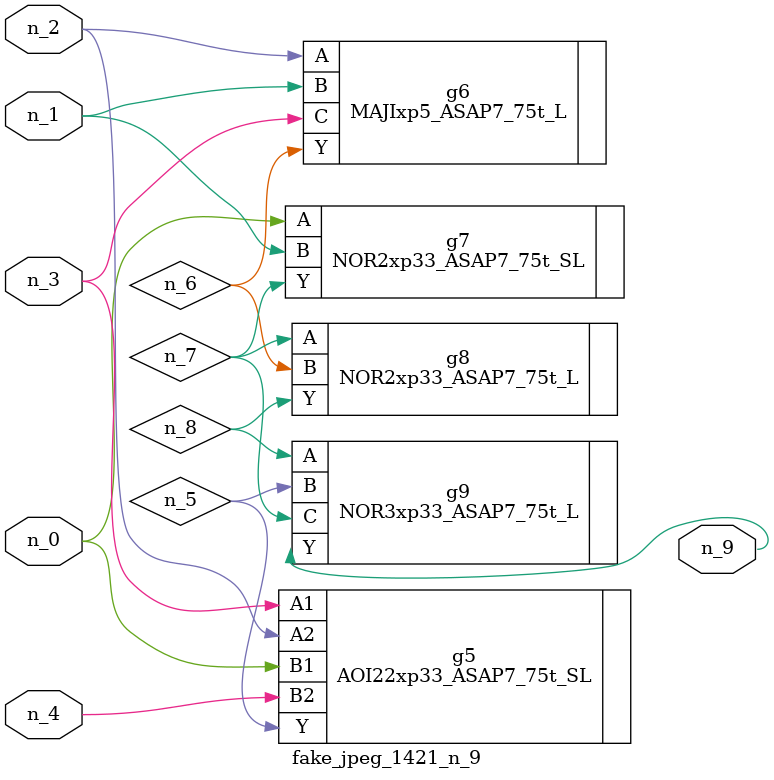
<source format=v>
module fake_jpeg_1421_n_9 (n_3, n_2, n_1, n_0, n_4, n_9);

input n_3;
input n_2;
input n_1;
input n_0;
input n_4;

output n_9;

wire n_8;
wire n_6;
wire n_5;
wire n_7;

AOI22xp33_ASAP7_75t_SL g5 ( 
.A1(n_3),
.A2(n_2),
.B1(n_0),
.B2(n_4),
.Y(n_5)
);

MAJIxp5_ASAP7_75t_L g6 ( 
.A(n_2),
.B(n_1),
.C(n_3),
.Y(n_6)
);

NOR2xp33_ASAP7_75t_SL g7 ( 
.A(n_0),
.B(n_1),
.Y(n_7)
);

NOR2xp33_ASAP7_75t_L g8 ( 
.A(n_7),
.B(n_6),
.Y(n_8)
);

NOR3xp33_ASAP7_75t_L g9 ( 
.A(n_8),
.B(n_5),
.C(n_7),
.Y(n_9)
);


endmodule
</source>
